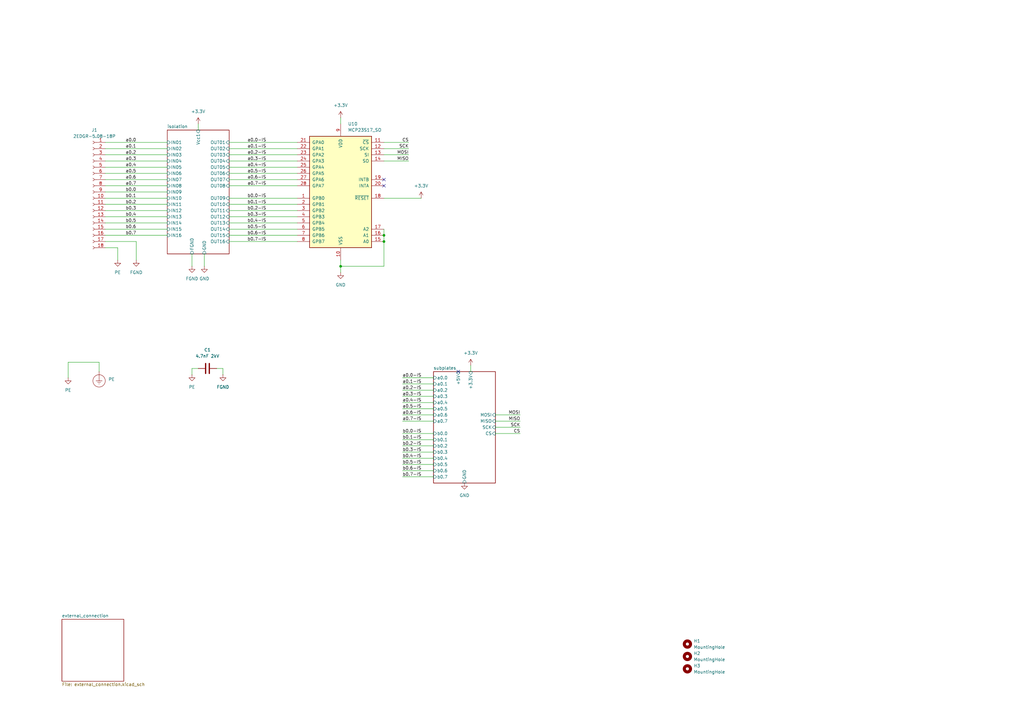
<source format=kicad_sch>
(kicad_sch (version 20231120) (generator "eeschema") (generator_version "8.0")
  (paper "A3")
  (title_block (title "${article} v${version}"))
  (lib_symbols
    (symbol "Mechanical:MountingHole" (pin_names (offset 1.016)) (exclude_from_sim yes) (in_bom no)
      (property "Reference" "H" (at 0 5.08 0))
      (property "Value" "MountingHole" (at 0 3.175 0))
      (symbol "MountingHole_0_1"
        (circle (center 0 0) (radius 1.27) (stroke (width 1.27)))
      )
    )
    (symbol "kicad_inventree_lib:C_4.7nF_2kV_1812" (pin_numbers hide) (pin_names (offset 0.254))
      (property "Reference" "C" (at 0.635 2.54 0))
      (property "Value" "4.7nF 2kV" (at 0.635 -2.54 0))
      (symbol "C_4.7nF_2kV_1812_0_1"
        (polyline (pts (xy -2.032 -0.762) (xy 2.032 -0.762)) (stroke (width 0.508)))
        (polyline (pts (xy -2.032 0.762) (xy 2.032 0.762)) (stroke (width 0.508)))
      )
      (symbol "C_4.7nF_2kV_1812_1_1"
        (pin passive line (at 0 3.81 270) (length 2.794) (name "~") (number "1"))
        (pin passive line (at 0 -3.81 90) (length 2.794) (name "~") (number "2"))
      )
    )
    (symbol "kicad_inventree_lib:Degson_2EDGR-5.08-18P" (pin_names (offset 1.016) hide)
      (property "Reference" "J" (at 0 2.54 0))
      (property "Value" "2EDGR-5.08-18P" (at -4.572 -46.482 0))
      (symbol "Degson_2EDGR-5.08-18P_1_1"
        (arc (start 0 -42.672) (mid -0.5058 -43.18) (end 0 -43.688) (stroke (width 0.1524)))
        (arc (start 0 -40.132) (mid -0.5058 -40.64) (end 0 -41.148) (stroke (width 0.1524)))
        (arc (start 0 -37.592) (mid -0.5058 -38.1) (end 0 -38.608) (stroke (width 0.1524)))
        (arc (start 0 -35.052) (mid -0.5058 -35.56) (end 0 -36.068) (stroke (width 0.1524)))
        (arc (start 0 -32.512) (mid -0.5058 -33.02) (end 0 -33.528) (stroke (width 0.1524)))
        (arc (start 0 -29.972) (mid -0.5058 -30.48) (end 0 -30.988) (stroke (width 0.1524)))
        (arc (start 0 -27.432) (mid -0.5058 -27.94) (end 0 -28.448) (stroke (width 0.1524)))
        (arc (start 0 -24.892) (mid -0.5058 -25.4) (end 0 -25.908) (stroke (width 0.1524)))
        (arc (start 0 -22.352) (mid -0.5058 -22.86) (end 0 -23.368) (stroke (width 0.1524)))
        (arc (start 0 -19.812) (mid -0.5058 -20.32) (end 0 -20.828) (stroke (width 0.1524)))
        (arc (start 0 -17.272) (mid -0.5058 -17.78) (end 0 -18.288) (stroke (width 0.1524)))
        (arc (start 0 -14.732) (mid -0.5058 -15.24) (end 0 -15.748) (stroke (width 0.1524)))
        (arc (start 0 -12.192) (mid -0.5058 -12.7) (end 0 -13.208) (stroke (width 0.1524)))
        (arc (start 0 -9.652) (mid -0.5058 -10.16) (end 0 -10.668) (stroke (width 0.1524)))
        (arc (start 0 -7.112) (mid -0.5058 -7.62) (end 0 -8.128) (stroke (width 0.1524)))
        (arc (start 0 -4.572) (mid -0.5058 -5.08) (end 0 -5.588) (stroke (width 0.1524)))
        (arc (start 0 -2.032) (mid -0.5058 -2.54) (end 0 -3.048) (stroke (width 0.1524)))
        (polyline (pts (xy -1.27 -43.18) (xy -0.508 -43.18)) (stroke (width 0.1524)))
        (polyline (pts (xy -1.27 -40.64) (xy -0.508 -40.64)) (stroke (width 0.1524)))
        (polyline (pts (xy -1.27 -38.1) (xy -0.508 -38.1)) (stroke (width 0.1524)))
        (polyline (pts (xy -1.27 -35.56) (xy -0.508 -35.56)) (stroke (width 0.1524)))
        (polyline (pts (xy -1.27 -33.02) (xy -0.508 -33.02)) (stroke (width 0.1524)))
        (polyline (pts (xy -1.27 -30.48) (xy -0.508 -30.48)) (stroke (width 0.1524)))
        (polyline (pts (xy -1.27 -27.94) (xy -0.508 -27.94)) (stroke (width 0.1524)))
        (polyline (pts (xy -1.27 -25.4) (xy -0.508 -25.4)) (stroke (width 0.1524)))
        (polyline (pts (xy -1.27 -22.86) (xy -0.508 -22.86)) (stroke (width 0.1524)))
        (polyline (pts (xy -1.27 -20.32) (xy -0.508 -20.32)) (stroke (width 0.1524)))
        (polyline (pts (xy -1.27 -17.78) (xy -0.508 -17.78)) (stroke (width 0.1524)))
        (polyline (pts (xy -1.27 -15.24) (xy -0.508 -15.24)) (stroke (width 0.1524)))
        (polyline (pts (xy -1.27 -12.7) (xy -0.508 -12.7)) (stroke (width 0.1524)))
        (polyline (pts (xy -1.27 -10.16) (xy -0.508 -10.16)) (stroke (width 0.1524)))
        (polyline (pts (xy -1.27 -7.62) (xy -0.508 -7.62)) (stroke (width 0.1524)))
        (polyline (pts (xy -1.27 -5.08) (xy -0.508 -5.08)) (stroke (width 0.1524)))
        (polyline (pts (xy -1.27 -2.54) (xy -0.508 -2.54)) (stroke (width 0.1524)))
        (polyline (pts (xy -1.27 0) (xy -0.508 0)) (stroke (width 0.1524)))
        (arc (start 0 0.508) (mid -0.5058 0) (end 0 -0.508) (stroke (width 0.1524)))
        (pin passive line (at -5.08 0 0) (length 3.81) (name "Pin_1") (number "1"))
        (pin passive line (at -5.08 -22.86 0) (length 3.81) (name "Pin_10") (number "10"))
        (pin passive line (at -5.08 -25.4 0) (length 3.81) (name "Pin_11") (number "11"))
        (pin passive line (at -5.08 -27.94 0) (length 3.81) (name "Pin_12") (number "12"))
        (pin passive line (at -5.08 -30.48 0) (length 3.81) (name "Pin_13") (number "13"))
        (pin passive line (at -5.08 -33.02 0) (length 3.81) (name "Pin_14") (number "14"))
        (pin passive line (at -5.08 -35.56 0) (length 3.81) (name "Pin_15") (number "15"))
        (pin passive line (at -5.08 -38.1 0) (length 3.81) (name "Pin_16") (number "16"))
        (pin passive line (at -5.08 -40.64 0) (length 3.81) (name "Pin_17") (number "17"))
        (pin passive line (at -5.08 -43.18 0) (length 3.81) (name "Pin_18") (number "18"))
        (pin passive line (at -5.08 -2.54 0) (length 3.81) (name "Pin_2") (number "2"))
        (pin passive line (at -5.08 -5.08 0) (length 3.81) (name "Pin_3") (number "3"))
        (pin passive line (at -5.08 -7.62 0) (length 3.81) (name "Pin_4") (number "4"))
        (pin passive line (at -5.08 -10.16 0) (length 3.81) (name "Pin_5") (number "5"))
        (pin passive line (at -5.08 -12.7 0) (length 3.81) (name "Pin_6") (number "6"))
        (pin passive line (at -5.08 -15.24 0) (length 3.81) (name "Pin_7") (number "7"))
        (pin passive line (at -5.08 -17.78 0) (length 3.81) (name "Pin_8") (number "8"))
        (pin passive line (at -5.08 -20.32 0) (length 3.81) (name "Pin_9") (number "9"))
      )
    )
    (symbol "kicad_inventree_lib:MCP23S17_SO" (pin_names (offset 1.016))
      (property "Reference" "U" (at -11.43 24.13 0))
      (property "Value" "MCP23S17_SO" (at 0 0 0))
      (symbol "MCP23S17_SO_0_1"
        (rectangle (start -12.7 22.86) (end 12.7 -22.86) (stroke (width 0.254)) (fill (type background)))
      )
      (symbol "MCP23S17_SO_1_1"
        (pin bidirectional line (at 17.78 -2.54 180) (length 5.08) (name "GPB0") (number "1"))
        (pin power_in line (at 0 -27.94 90) (length 5.08) (name "VSS") (number "10"))
        (pin input line (at -17.78 20.32 0) (length 5.08) (name "~{CS}") (number "11"))
        (pin input line (at -17.78 17.78 0) (length 5.08) (name "SCK") (number "12"))
        (pin input line (at -17.78 15.24 0) (length 5.08) (name "SI") (number "13"))
        (pin output line (at -17.78 12.7 0) (length 5.08) (name "SO") (number "14"))
        (pin input line (at -17.78 -20.32 0) (length 5.08) (name "A0") (number "15"))
        (pin input line (at -17.78 -17.78 0) (length 5.08) (name "A1") (number "16"))
        (pin input line (at -17.78 -15.24 0) (length 5.08) (name "A2") (number "17"))
        (pin input line (at -17.78 -2.54 0) (length 5.08) (name "~{RESET}") (number "18"))
        (pin tri_state line (at -17.78 5.08 0) (length 5.08) (name "INTB") (number "19"))
        (pin bidirectional line (at 17.78 -5.08 180) (length 5.08) (name "GPB1") (number "2"))
        (pin tri_state line (at -17.78 2.54 0) (length 5.08) (name "INTA") (number "20"))
        (pin bidirectional line (at 17.78 20.32 180) (length 5.08) (name "GPA0") (number "21"))
        (pin bidirectional line (at 17.78 17.78 180) (length 5.08) (name "GPA1") (number "22"))
        (pin bidirectional line (at 17.78 15.24 180) (length 5.08) (name "GPA2") (number "23"))
        (pin bidirectional line (at 17.78 12.7 180) (length 5.08) (name "GPA3") (number "24"))
        (pin bidirectional line (at 17.78 10.16 180) (length 5.08) (name "GPA4") (number "25"))
        (pin bidirectional line (at 17.78 7.62 180) (length 5.08) (name "GPA5") (number "26"))
        (pin bidirectional line (at 17.78 5.08 180) (length 5.08) (name "GPA6") (number "27"))
        (pin bidirectional line (at 17.78 2.54 180) (length 5.08) (name "GPA7") (number "28"))
        (pin bidirectional line (at 17.78 -7.62 180) (length 5.08) (name "GPB2") (number "3"))
        (pin bidirectional line (at 17.78 -10.16 180) (length 5.08) (name "GPB3") (number "4"))
        (pin bidirectional line (at 17.78 -12.7 180) (length 5.08) (name "GPB4") (number "5"))
        (pin bidirectional line (at 17.78 -15.24 180) (length 5.08) (name "GPB5") (number "6"))
        (pin bidirectional line (at 17.78 -17.78 180) (length 5.08) (name "GPB6") (number "7"))
        (pin bidirectional line (at 17.78 -20.32 180) (length 5.08) (name "GPB7") (number "8"))
        (pin power_in line (at 0 27.94 270) (length 5.08) (name "VDD") (number "9"))
      )
    )
    (symbol "kicad_inventree_lib:PE" (pin_numbers hide) (pin_names (offset 0) hide) (in_bom no)
      (property "Value" "PE" (at 0 -7.62 0))
      (symbol "PE_0_1"
        (circle (center 0 -3.81) (radius 2.54))
        (polyline (pts (xy -0.635 -4.445) (xy 0.635 -4.445)))
        (polyline (pts (xy -0.127 -5.08) (xy 0.127 -5.08)))
        (polyline (pts (xy 0 -3.81) (xy 0 0)))
        (polyline (pts (xy 1.27 -3.81) (xy -1.27 -3.81)))
      )
      (symbol "PE_1_1"
        (pin power_in line (at 0 0 270) (length 0) (name "~") (number "1"))
      )
    )
    (symbol "power:+5V" (power) (pin_numbers hide) (pin_names (offset 0) hide)
      (property "Value" "+5V" (at 0 3.556 0))
      (symbol "+5V_0_1"
        (polyline (pts (xy -0.762 1.27) (xy 0 2.54)))
        (polyline (pts (xy 0 0) (xy 0 2.54)))
        (polyline (pts (xy 0 2.54) (xy 0.762 1.27)))
      )
      (symbol "+5V_1_1"
        (pin power_in line (at 0 0 90) (length 0) (name "~") (number "1"))
      )
    )
    (symbol "power:GND" (power) (pin_numbers hide) (pin_names (offset 0) hide)
      (property "Value" "GND" (at 0 -3.81 0))
      (symbol "GND_0_1"
        (polyline (pts (xy 0 0) (xy 0 -1.27) (xy 1.27 -1.27) (xy 0 -2.54) (xy -1.27 -1.27) (xy 0 -1.27)))
      )
      (symbol "GND_1_1"
        (pin power_in line (at 0 0 270) (length 0) (name "~") (number "1"))
      )
    )
  )
  (junction (at 157.48 99.06))
  (junction (at 157.48 96.52))
  (junction (at 139.7 109.22))
  (no_connect (at 187.96 152.4))
  (no_connect (at 157.48 73.66))
  (no_connect (at 157.48 76.2))
  (wire (pts (xy 40.64 148.59) (xy 40.64 152.4)))
  (wire (pts (xy 91.44 153.67) (xy 91.44 151.13)))
  (wire (pts (xy 93.98 81.28) (xy 121.92 81.28)))
  (wire (pts (xy 55.88 99.06) (xy 43.18 99.06)))
  (wire (pts (xy 93.98 60.96) (xy 121.92 60.96)))
  (wire (pts (xy 91.44 151.13) (xy 88.9 151.13)))
  (wire (pts (xy 165.1 157.48) (xy 177.8 157.48)))
  (wire (pts (xy 43.18 73.66) (xy 68.58 73.66)))
  (wire (pts (xy 93.98 73.66) (xy 121.92 73.66)))
  (wire (pts (xy 157.48 63.5) (xy 167.64 63.5)))
  (wire (pts (xy 43.18 66.04) (xy 68.58 66.04)))
  (wire (pts (xy 43.18 78.74) (xy 68.58 78.74)))
  (wire (pts (xy 43.18 83.82) (xy 68.58 83.82)))
  (wire (pts (xy 157.48 96.52) (xy 157.48 99.06)))
  (wire (pts (xy 139.7 111.76) (xy 139.7 109.22)))
  (wire (pts (xy 139.7 48.26) (xy 139.7 50.8)))
  (wire (pts (xy 93.98 83.82) (xy 121.92 83.82)))
  (wire (pts (xy 93.98 86.36) (xy 121.92 86.36)))
  (wire (pts (xy 78.74 151.13) (xy 78.74 153.67)))
  (wire (pts (xy 165.1 180.34) (xy 177.8 180.34)))
  (wire (pts (xy 165.1 190.5) (xy 177.8 190.5)))
  (wire (pts (xy 157.48 81.28) (xy 172.72 81.28)))
  (wire (pts (xy 27.94 148.59) (xy 40.64 148.59)))
  (wire (pts (xy 203.2 175.26) (xy 213.36 175.26)))
  (wire (pts (xy 48.26 101.6) (xy 48.26 106.68)))
  (wire (pts (xy 55.88 106.68) (xy 55.88 99.06)))
  (wire (pts (xy 157.48 93.98) (xy 157.48 96.52)))
  (wire (pts (xy 165.1 195.58) (xy 177.8 195.58)))
  (wire (pts (xy 43.18 60.96) (xy 68.58 60.96)))
  (wire (pts (xy 93.98 88.9) (xy 121.92 88.9)))
  (wire (pts (xy 93.98 96.52) (xy 121.92 96.52)))
  (wire (pts (xy 43.18 81.28) (xy 68.58 81.28)))
  (wire (pts (xy 43.18 86.36) (xy 68.58 86.36)))
  (wire (pts (xy 165.1 154.94) (xy 177.8 154.94)))
  (wire (pts (xy 43.18 76.2) (xy 68.58 76.2)))
  (wire (pts (xy 165.1 160.02) (xy 177.8 160.02)))
  (wire (pts (xy 203.2 170.18) (xy 213.36 170.18)))
  (wire (pts (xy 165.1 170.18) (xy 177.8 170.18)))
  (wire (pts (xy 139.7 109.22) (xy 157.48 109.22)))
  (wire (pts (xy 93.98 76.2) (xy 121.92 76.2)))
  (wire (pts (xy 157.48 58.42) (xy 167.64 58.42)))
  (wire (pts (xy 81.28 50.8) (xy 81.28 53.34)))
  (wire (pts (xy 93.98 58.42) (xy 121.92 58.42)))
  (wire (pts (xy 43.18 101.6) (xy 48.26 101.6)))
  (wire (pts (xy 93.98 91.44) (xy 121.92 91.44)))
  (wire (pts (xy 27.94 154.94) (xy 27.94 148.59)))
  (wire (pts (xy 93.98 66.04) (xy 121.92 66.04)))
  (wire (pts (xy 165.1 167.64) (xy 177.8 167.64)))
  (wire (pts (xy 93.98 63.5) (xy 121.92 63.5)))
  (wire (pts (xy 165.1 172.72) (xy 177.8 172.72)))
  (wire (pts (xy 203.2 177.8) (xy 213.36 177.8)))
  (wire (pts (xy 139.7 106.68) (xy 139.7 109.22)))
  (wire (pts (xy 193.04 149.86) (xy 193.04 152.4)))
  (wire (pts (xy 78.74 104.14) (xy 78.74 109.22)))
  (wire (pts (xy 43.18 93.98) (xy 68.58 93.98)))
  (wire (pts (xy 165.1 193.04) (xy 177.8 193.04)))
  (wire (pts (xy 165.1 182.88) (xy 177.8 182.88)))
  (wire (pts (xy 43.18 91.44) (xy 68.58 91.44)))
  (wire (pts (xy 43.18 58.42) (xy 68.58 58.42)))
  (wire (pts (xy 43.18 88.9) (xy 68.58 88.9)))
  (wire (pts (xy 43.18 96.52) (xy 68.58 96.52)))
  (wire (pts (xy 93.98 99.06) (xy 121.92 99.06)))
  (wire (pts (xy 165.1 165.1) (xy 177.8 165.1)))
  (wire (pts (xy 43.18 63.5) (xy 68.58 63.5)))
  (wire (pts (xy 93.98 68.58) (xy 121.92 68.58)))
  (wire (pts (xy 203.2 172.72) (xy 213.36 172.72)))
  (wire (pts (xy 81.28 151.13) (xy 78.74 151.13)))
  (wire (pts (xy 165.1 162.56) (xy 177.8 162.56)))
  (wire (pts (xy 93.98 71.12) (xy 121.92 71.12)))
  (wire (pts (xy 157.48 99.06) (xy 157.48 109.22)))
  (wire (pts (xy 165.1 185.42) (xy 177.8 185.42)))
  (wire (pts (xy 43.18 68.58) (xy 68.58 68.58)))
  (wire (pts (xy 165.1 177.8) (xy 177.8 177.8)))
  (wire (pts (xy 83.82 104.14) (xy 83.82 109.22)))
  (wire (pts (xy 157.48 66.04) (xy 167.64 66.04)))
  (wire (pts (xy 93.98 93.98) (xy 121.92 93.98)))
  (wire (pts (xy 157.48 60.96) (xy 167.64 60.96)))
  (wire (pts (xy 43.18 71.12) (xy 68.58 71.12)))
  (wire (pts (xy 165.1 187.96) (xy 177.8 187.96)))
  (label "a0.4" (at 55.88 68.58 180))
  (label "b0.5-IS" (at 109.22 93.98 180))
  (label "b0.2" (at 55.88 83.82 180))
  (label "b0.3" (at 55.88 86.36 180))
  (label "a0.7-IS" (at 109.22 76.2 180))
  (label "b0.4-IS" (at 109.22 91.44 180))
  (label "a0.4-IS" (at 109.22 68.58 180))
  (label "b0.7-IS" (at 165.1 195.58 0))
  (label "b0.2-IS" (at 109.22 86.36 180))
  (label "b0.5-IS" (at 165.1 190.5 0))
  (label "b0.1-IS" (at 165.1 180.34 0))
  (label "MISO" (at 213.36 172.72 180))
  (label "CS" (at 213.36 177.8 180))
  (label "b0.2-IS" (at 165.1 182.88 0))
  (label "b0.0-IS" (at 165.1 177.8 0))
  (label "a0.6-IS" (at 109.22 73.66 180))
  (label "b0.3-IS" (at 165.1 185.42 0))
  (label "a0.5" (at 55.88 71.12 180))
  (label "a0.0" (at 55.88 58.42 180))
  (label "a0.3-IS" (at 165.1 162.56 0))
  (label "a0.2-IS" (at 165.1 160.02 0))
  (label "b0.1" (at 55.88 81.28 180))
  (label "a0.3-IS" (at 109.22 66.04 180))
  (label "SCK" (at 213.36 175.26 180))
  (label "CS" (at 167.64 58.42 180))
  (label "a0.1" (at 55.88 60.96 180))
  (label "a0.1-IS" (at 109.22 60.96 180))
  (label "b0.4-IS" (at 165.1 187.96 0))
  (label "a0.1-IS" (at 165.1 157.48 0))
  (label "b0.0" (at 55.88 78.74 180))
  (label "b0.3-IS" (at 109.22 88.9 180))
  (label "b0.7-IS" (at 109.22 99.06 180))
  (label "b0.6-IS" (at 109.22 96.52 180))
  (label "a0.0-IS" (at 165.1 154.94 0))
  (label "a0.6-IS" (at 165.1 170.18 0))
  (label "a0.4-IS" (at 165.1 165.1 0))
  (label "a0.3" (at 55.88 66.04 180))
  (label "MOSI" (at 213.36 170.18 180))
  (label "MISO" (at 167.64 66.04 180))
  (label "SCK" (at 167.64 60.96 180))
  (label "a0.5-IS" (at 165.1 167.64 0))
  (label "b0.5" (at 55.88 91.44 180))
  (label "b0.0-IS" (at 109.22 81.28 180))
  (label "a0.2-IS" (at 109.22 63.5 180))
  (label "MOSI" (at 167.64 63.5 180))
  (label "b0.6" (at 55.88 93.98 180))
  (label "b0.4" (at 55.88 88.9 180))
  (label "a0.7-IS" (at 165.1 172.72 0))
  (label "b0.6-IS" (at 165.1 193.04 0))
  (label "a0.7" (at 55.88 76.2 180))
  (label "b0.1-IS" (at 109.22 83.82 180))
  (label "a0.2" (at 55.88 63.5 180))
  (label "a0.0-IS" (at 109.22 58.42 180))
  (label "b0.7" (at 55.88 96.52 180))
  (label "a0.5-IS" (at 109.22 71.12 180))
  (label "a0.6" (at 55.88 73.66 180))
  (symbol (lib_id "power:GND") (at 139.7 111.76 0) (unit 1)
    (property "Reference" "#PWR010" (effects (hide yes)))
    (property "Value" "GND" (at 139.7 116.84 0))
    (property "Description" "Power symbol creates a global label with name \"GND\" , ground" (effects (hide yes)))
  )
  (symbol (lib_id "Mechanical:MountingHole") (at 281.94 274.32 0) (unit 1) (exclude_from_sim yes) (in_bom no)
    (property "Reference" "H3" (at 284.48 273.0499 0) (effects (justify left)))
    (property "Value" "MountingHole" (at 284.48 275.5899 0) (effects (justify left)))
    (property "Footprint" "MountingHole:MountingHole_3.2mm_M3" (effects (hide yes)))
    (property "Description" "Mounting Hole without connection" (effects (hide yes)))
  )
  (symbol (lib_id "kicad_inventree_lib:PE") (at 40.64 152.4 0) (unit 1) (in_bom no)
    (property "Reference" "PE1" (effects (hide yes)))
    (property "Value" "PE" (at 44.45 155.5749 0) (effects (justify left)))
    (property "Footprint" "kicad_inventree_lib:PE" (effects (hide yes)))
    (property "Description" "Power symbol creates a global label with name \"Earth_Protective\"" (effects (hide yes)))
  )
  (symbol (lib_id "power:GND") (at 190.5 198.12 0) (unit 1)
    (property "Reference" "#PWR013" (effects (hide yes)))
    (property "Value" "GND" (at 190.5 203.2 0))
    (property "Description" "Power symbol creates a global label with name \"GND\" , ground" (effects (hide yes)))
  )
  (symbol (lib_id "power:GND") (at 83.82 109.22 0) (unit 1)
    (property "Reference" "#PWR06" (effects (hide yes)))
    (property "Value" "GND" (at 83.82 114.3 0))
    (property "Description" "Power symbol creates a global label with name \"GND\" , ground" (effects (hide yes)))
  )
  (symbol (lib_id "power:GND") (at 78.74 153.67 0) (unit 1)
    (property "Reference" "#PWR07" (effects (hide yes)))
    (property "Value" "PE" (at 78.74 158.75 0))
    (property "Description" "Power symbol creates a global label with name \"GND\" , ground" (effects (hide yes)))
  )
  (symbol (lib_id "Mechanical:MountingHole") (at 281.94 264.16 0) (unit 1) (exclude_from_sim yes) (in_bom no)
    (property "Reference" "H1" (at 284.48 262.8899 0) (effects (justify left)))
    (property "Value" "MountingHole" (at 284.48 265.4299 0) (effects (justify left)))
    (property "Footprint" "MountingHole:MountingHole_3.2mm_M3" (effects (hide yes)))
    (property "Description" "Mounting Hole without connection" (effects (hide yes)))
  )
  (symbol (lib_id "power:GND") (at 91.44 153.67 0) (unit 1)
    (property "Reference" "#PWR08" (effects (hide yes)))
    (property "Value" "FGND" (at 91.44 158.75 0))
    (property "Description" "Power symbol creates a global label with name \"GND\" , ground" (effects (hide yes)))
  )
  (symbol (lib_id "power:+5V") (at 139.7 48.26 0) (unit 1)
    (property "Reference" "#PWR09" (effects (hide yes)))
    (property "Value" "+3.3V" (at 139.7 43.18 0))
    (property "Description" "Power symbol creates a global label with name \"+5V\"" (effects (hide yes)))
  )
  (symbol (lib_id "power:GND") (at 48.26 106.68 0) (unit 1)
    (property "Reference" "#PWR01" (effects (hide yes)))
    (property "Value" "PE" (at 48.26 111.76 0))
    (property "Description" "Power symbol creates a global label with name \"GND\" , ground" (effects (hide yes)))
  )
  (symbol (lib_id "kicad_inventree_lib:MCP23S17_SO") (at 139.7 78.74 0) (mirror y) (unit 1)
    (property "Reference" "U10" (at 142.7165 50.8 0) (effects (justify right)))
    (property "Value" "MCP23S17_SO" (at 142.7165 53.34 0) (effects (justify right)))
    (property "Footprint" "Package_SO:SOIC-28W_7.5x17.9mm_P1.27mm" (effects (hide yes)))
    (property "Datasheet" "http://inventree.network/part/105/" (effects (hide yes)))
    (property "Description" "16-bit I/O expander, SPI, interrupts, w pull-ups, SOIC-28" (effects (hide yes)))
    (property "part_ipn" "MCP23S17-E/SO" (effects (hide yes)))
  )
  (symbol (lib_id "power:+5V") (at 81.28 50.8 0) (unit 1)
    (property "Reference" "#PWR05" (effects (hide yes)))
    (property "Value" "+3.3V" (at 81.28 45.72 0))
    (property "Description" "Power symbol creates a global label with name \"+5V\"" (effects (hide yes)))
  )
  (symbol (lib_id "kicad_inventree_lib:C_4.7nF_2kV_1812") (at 85.09 151.13 90) (unit 1)
    (property "Reference" "C1" (at 85.09 143.51 90))
    (property "Value" "4.7nF 2kV" (at 85.09 146.05 90))
    (property "Footprint" "Capacitor_SMD:C_1812_4532Metric_Pad1.57x3.40mm_HandSolder" (effects (hide yes)))
    (property "Datasheet" "http://inventree.network/part/112/" (effects (hide yes)))
    (property "Description" "Unpolarized capacitor" (effects (hide yes)))
    (property "part_ipn" "C_4.7nF_2kV_1812" (effects (hide yes)))
  )
  (symbol (lib_id "Mechanical:MountingHole") (at 281.94 269.24 0) (unit 1) (exclude_from_sim yes) (in_bom no)
    (property "Reference" "H2" (at 284.48 267.9699 0) (effects (justify left)))
    (property "Value" "MountingHole" (at 284.48 270.5099 0) (effects (justify left)))
    (property "Footprint" "MountingHole:MountingHole_3.2mm_M3" (effects (hide yes)))
    (property "Description" "Mounting Hole without connection" (effects (hide yes)))
  )
  (symbol (lib_id "power:+5V") (at 193.04 149.86 0) (unit 1)
    (property "Reference" "#PWR012" (effects (hide yes)))
    (property "Value" "+3.3V" (at 193.04 144.78 0))
    (property "Description" "Power symbol creates a global label with name \"+5V\"" (effects (hide yes)))
  )
  (symbol (lib_id "power:GND") (at 55.88 106.68 0) (unit 1)
    (property "Reference" "#PWR03" (effects (hide yes)))
    (property "Value" "FGND" (at 55.88 111.76 0))
    (property "Description" "Power symbol creates a global label with name \"GND\" , ground" (effects (hide yes)))
  )
  (symbol (lib_id "power:GND") (at 78.74 109.22 0) (unit 1)
    (property "Reference" "#PWR04" (effects (hide yes)))
    (property "Value" "FGND" (at 78.74 114.3 0))
    (property "Description" "Power symbol creates a global label with name \"GND\" , ground" (effects (hide yes)))
  )
  (symbol (lib_id "power:+5V") (at 172.72 81.28 0) (unit 1)
    (property "Reference" "#PWR011" (effects (hide yes)))
    (property "Value" "+3.3V" (at 172.72 76.2 0))
    (property "Description" "Power symbol creates a global label with name \"+5V\"" (effects (hide yes)))
  )
  (symbol (lib_id "kicad_inventree_lib:Degson_2EDGR-5.08-18P") (at 38.1 58.42 0) (mirror y) (unit 1)
    (property "Reference" "J1" (at 38.735 53.34 0))
    (property "Value" "2EDGR-5.08-18P" (at 38.735 55.88 0))
    (property "Footprint" "NextPCB:Degson_2EDGR-5.08-18P" (effects (hide yes)))
    (property "Datasheet" "http://inventree.network/part/19/" (effects (hide yes)))
    (property "Description" "01x18" (effects (hide yes)))
    (property "NextPCB_url" "https://www.hqonline.com/product-detail/terminal-blocks-kangnex-wj2edgr-5-08-18p-2500349376" (effects (hide yes)))
    (property "NextPCB_price" "0.17085" (effects (hide yes)))
    (property "part_ipn" "2EDGR-5.08-18P" (effects (hide yes)))
  )
  (symbol (lib_id "power:GND") (at 27.94 154.94 0) (unit 1)
    (property "Reference" "#PWR02" (effects (hide yes)))
    (property "Value" "PE" (at 27.94 160.02 0))
    (property "Description" "Power symbol creates a global label with name \"GND\" , ground" (effects (hide yes)))
  )
  (sheet (at 68.58 53.34) (size 25.4 50.8) (stroke (width 0.1524))
    (property "Sheetname" "isolation" (at 68.58 52.6284 0) (effects (justify left bottom)))
    (property "Sheetfile" "isolation.kicad_sch" (effects (hide yes)))
    (pin "IN01" input (at 68.58 58.42 180))
    (pin "IN02" input (at 68.58 60.96 180))
    (pin "IN03" input (at 68.58 63.5 180))
    (pin "IN04" input (at 68.58 66.04 180))
    (pin "IN05" input (at 68.58 68.58 180))
    (pin "IN06" input (at 68.58 71.12 180))
    (pin "IN07" input (at 68.58 73.66 180))
    (pin "IN08" input (at 68.58 76.2 180))
    (pin "IN10" input (at 68.58 81.28 180))
    (pin "IN09" input (at 68.58 78.74 180))
    (pin "OUT01" input (at 93.98 58.42 0))
    (pin "OUT02" input (at 93.98 60.96 0))
    (pin "OUT07" input (at 93.98 73.66 0))
    (pin "OUT08" input (at 93.98 76.2 0))
    (pin "OUT05" input (at 93.98 68.58 0))
    (pin "OUT06" input (at 93.98 71.12 0))
    (pin "OUT03" input (at 93.98 63.5 0))
    (pin "OUT04" input (at 93.98 66.04 0))
    (pin "OUT09" input (at 93.98 81.28 0))
    (pin "OUT10" input (at 93.98 83.82 0))
    (pin "OUT11" input (at 93.98 86.36 0))
    (pin "OUT12" input (at 93.98 88.9 0))
    (pin "IN11" input (at 68.58 83.82 180))
    (pin "IN12" input (at 68.58 86.36 180))
    (pin "IN13" input (at 68.58 88.9 180))
    (pin "IN14" input (at 68.58 91.44 180))
    (pin "IN15" input (at 68.58 93.98 180))
    (pin "IN16" input (at 68.58 96.52 180))
    (pin "OUT13" input (at 93.98 91.44 0))
    (pin "OUT14" input (at 93.98 93.98 0))
    (pin "OUT15" input (at 93.98 96.52 0))
    (pin "OUT16" input (at 93.98 99.06 0))
    (pin "GND" input (at 83.82 104.14 270))
    (pin "FGND" input (at 78.74 104.14 270))
    (pin "Vcc1" input (at 81.28 53.34 90))
  )
  (sheet (at 177.8 152.4) (size 25.4 45.72) (stroke (width 0.1524))
    (property "Sheetname" "subplates" (at 177.8 151.6884 0) (effects (justify left bottom)))
    (property "Sheetfile" "subplates.kicad_sch" (effects (hide yes)))
    (pin "GND" input (at 190.5 198.12 270))
    (pin "+5V" input (at 187.96 152.4 90))
    (pin "+3.3V" input (at 193.04 152.4 90))
    (pin "MOSI" input (at 203.2 170.18 0))
    (pin "MISO" input (at 203.2 172.72 0))
    (pin "SCK" input (at 203.2 175.26 0))
    (pin "CS" input (at 203.2 177.8 0))
    (pin "a0.0" input (at 177.8 154.94 180))
    (pin "a0.4" input (at 177.8 165.1 180))
    (pin "a0.7" input (at 177.8 172.72 180))
    (pin "a0.6" input (at 177.8 170.18 180))
    (pin "a0.5" input (at 177.8 167.64 180))
    (pin "a0.1" input (at 177.8 157.48 180))
    (pin "a0.3" input (at 177.8 162.56 180))
    (pin "a0.2" input (at 177.8 160.02 180))
    (pin "b0.6" input (at 177.8 193.04 180))
    (pin "b0.7" input (at 177.8 195.58 180))
    (pin "b0.4" input (at 177.8 187.96 180))
    (pin "b0.2" input (at 177.8 182.88 180))
    (pin "b0.1" input (at 177.8 180.34 180))
    (pin "b0.0" input (at 177.8 177.8 180))
    (pin "b0.3" input (at 177.8 185.42 180))
    (pin "b0.5" input (at 177.8 190.5 180))
  )
  (sheet (at 25.4 254) (size 25.4 25.4) (stroke (width 0.1524))
    (property "Sheetname" "external_connection" (at 25.4 253.2884 0) (effects (justify left bottom)))
    (property "Sheetfile" "external_connection.kicad_sch" (at 25.4 279.9846 0) (effects (justify left top)))
  )
)
</source>
